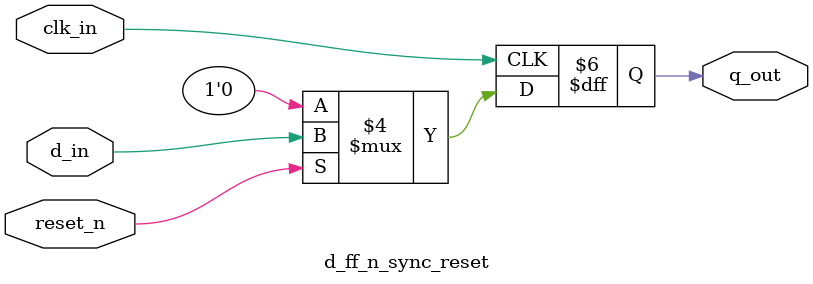
<source format=v>
`timescale 1ns / 1ps


module d_ff_n_sync_reset(
                input d_in,
                input clk_in,
                input reset_n,
                output reg q_out
                );
      always @(negedge clk_in)
      begin
            if(!reset_n)
                q_out <=1'b0;
            else
                q_out <= d_in;
            
      end
      
endmodule

</source>
